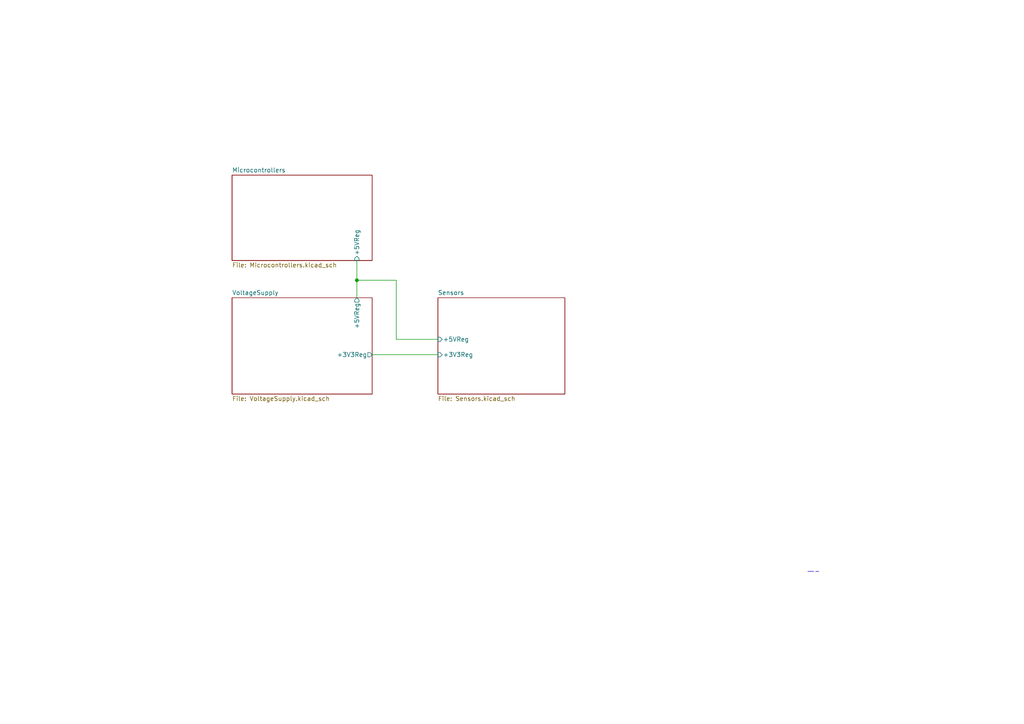
<source format=kicad_sch>
(kicad_sch (version 20211123) (generator eeschema)
  (paper "A4")
  (title_block (title "Power Submodule for Scale") (date "2023-04-13") (rev "V0") (company "University of Cape Town") (comment 1 "Author: Sarah Tallack"))
  (lib_symbols)
  (junction (at 103.505 81.28))
  (wire (pts (xy 114.935 81.28) (xy 103.505 81.28)))
  (polyline (pts (xy 234.315 165.735) (xy 237.49 165.735)))
  (wire (pts (xy 127 98.425) (xy 114.935 98.425)))
  (wire (pts (xy 103.505 81.28) (xy 103.505 86.36)))
  (wire (pts (xy 103.505 75.565) (xy 103.505 81.28)))
  (wire (pts (xy 107.95 102.87) (xy 127 102.87)))
  (wire (pts (xy 114.935 98.425) (xy 114.935 81.28)))
  (sheet (at 67.31 50.8) (size 40.64 24.765) (stroke (width 0.1524))
    (property "Sheet name" "Microcontrollers" (at 67.31 50.0884 0) (effects (justify left bottom)))
    (property "Sheet file" "Microcontrollers.kicad_sch" (at 67.31 76.1496 0) (effects (justify left top)))
    (pin "+5VReg" input (at 103.505 75.565 270))
  )
  (sheet (at 127 86.36) (size 36.83 27.94) (stroke (width 0.1524))
    (property "Sheet name" "Sensors" (at 127 85.6484 0) (effects (justify left bottom)))
    (property "Sheet file" "Sensors.kicad_sch" (at 127 114.8846 0) (effects (justify left top)))
    (pin "+3V3Reg" input (at 127 102.87 180))
    (pin "+5VReg" input (at 127 98.425 180))
  )
  (sheet (at 67.31 86.36) (size 40.64 27.94) (stroke (width 0.1524))
    (property "Sheet name" "VoltageSupply" (at 67.31 85.6484 0) (effects (justify left bottom)))
    (property "Sheet file" "VoltageSupply.kicad_sch" (at 67.31 114.8846 0) (effects (justify left top)))
    (pin "+5VReg" output (at 103.505 86.36 90))
    (pin "+3V3Reg" output (at 107.95 102.87 0))
  )
)
</source>
